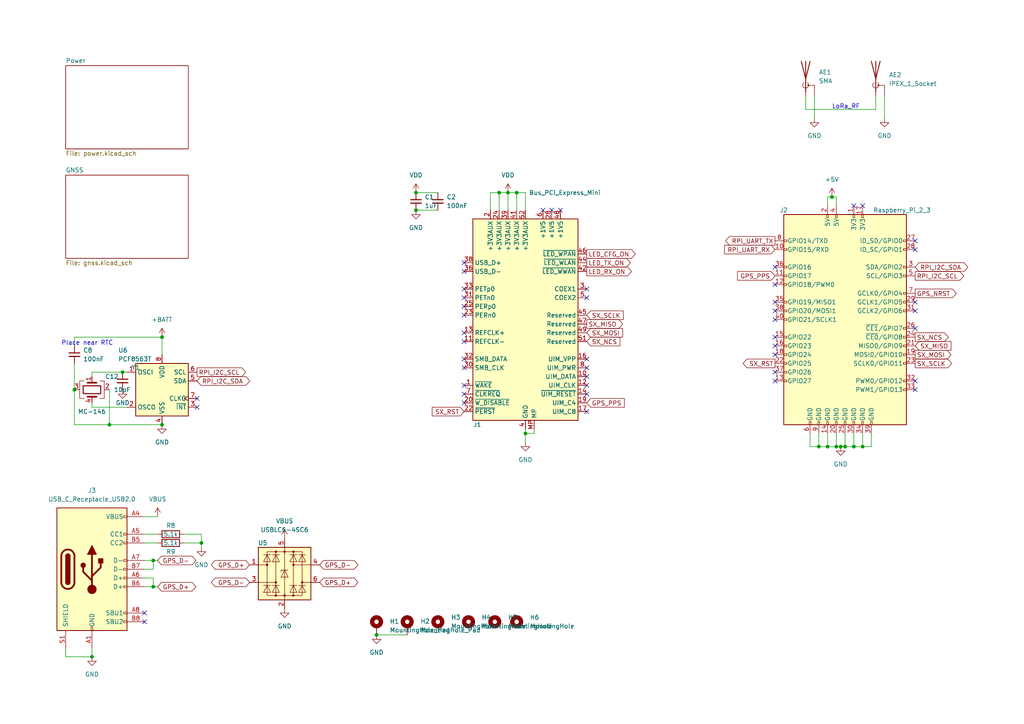
<source format=kicad_sch>
(kicad_sch (version 20230121) (generator eeschema)
  (paper "A4")
  (lib_symbols
    (symbol "Connector:Bus_PCI_Express_Mini"
      (property "Reference" "J" (at -16.51 31.75 0))
      (property "Value" "Bus_PCI_Express_Mini" (at 22.86 31.75 0))
      (symbol "Bus_PCI_Express_Mini_0_1"
        (rectangle (start -15.24 30.48) (end 15.24 -27.94) (stroke (width 0.254)) (fill (type background)))
      )
      (symbol "Bus_PCI_Express_Mini_1_1"
        (pin open_collector line (at -17.78 -17.78 0) (length 2.54) (name "~{WAKE}") (number "1"))
        (pin bidirectional line (at 17.78 -15.24 180) (length 2.54) (name "UIM_DATA") (number "10"))
        (pin input line (at -17.78 -5.08 0) (length 2.54) (name "REFCLK-") (number "11"))
        (pin output line (at 17.78 -17.78 180) (length 2.54) (name "UIM_CLK") (number "12"))
        (pin input line (at -17.78 -2.54 0) (length 2.54) (name "REFCLK+") (number "13"))
        (pin output line (at 17.78 -20.32 180) (length 2.54) (name "~{UIM_RESET}") (number "14"))
        (pin passive line (at 0 -30.48 90) (length 2.54) hide (name "GND") (number "15"))
        (pin power_out line (at 17.78 -10.16 180) (length 2.54) (name "UIM_VPP") (number "16"))
        (pin passive line (at 17.78 -25.4 180) (length 2.54) (name "UIM_C8") (number "17"))
        (pin passive line (at 0 -30.48 90) (length 2.54) hide (name "GND") (number "18"))
        (pin passive line (at 17.78 -22.86 180) (length 2.54) (name "UIM_C4") (number "19"))
        (pin power_in line (at -10.16 33.02 270) (length 2.54) (name "+3V3AUX") (number "2"))
        (pin input line (at -17.78 -22.86 0) (length 2.54) (name "~{W_DISABLE}") (number "20"))
        (pin passive line (at 0 -30.48 90) (length 2.54) hide (name "GND") (number "21"))
        (pin input line (at -17.78 -25.4 0) (length 2.54) (name "~{PERST}") (number "22"))
        (pin output line (at -17.78 2.54 0) (length 2.54) (name "PERn0") (number "23"))
        (pin power_in line (at -7.62 33.02 270) (length 2.54) (name "+3V3AUX") (number "24"))
        (pin output line (at -17.78 5.08 0) (length 2.54) (name "PERp0") (number "25"))
        (pin passive line (at 0 -30.48 90) (length 2.54) hide (name "GND") (number "26"))
        (pin passive line (at 0 -30.48 90) (length 2.54) hide (name "GND") (number "27"))
        (pin power_in line (at 7.62 33.02 270) (length 2.54) (name "+1V5") (number "28"))
        (pin passive line (at 0 -30.48 90) (length 2.54) hide (name "GND") (number "29"))
        (pin passive line (at 17.78 10.16 180) (length 2.54) (name "COEX1") (number "3"))
        (pin input line (at -17.78 -12.7 0) (length 2.54) (name "SMB_CLK") (number "30"))
        (pin input line (at -17.78 7.62 0) (length 2.54) (name "PETn0") (number "31"))
        (pin bidirectional line (at -17.78 -10.16 0) (length 2.54) (name "SMB_DATA") (number "32"))
        (pin input line (at -17.78 10.16 0) (length 2.54) (name "PETp0") (number "33"))
        (pin passive line (at 0 -30.48 90) (length 2.54) hide (name "GND") (number "34"))
        (pin passive line (at 0 -30.48 90) (length 2.54) hide (name "GND") (number "35"))
        (pin bidirectional line (at -17.78 15.24 0) (length 2.54) (name "USB_D-") (number "36"))
        (pin passive line (at 0 -30.48 90) (length 2.54) hide (name "GND") (number "37"))
        (pin bidirectional line (at -17.78 17.78 0) (length 2.54) (name "USB_D+") (number "38"))
        (pin power_in line (at -5.08 33.02 270) (length 2.54) (name "+3V3AUX") (number "39"))
        (pin power_in line (at 0 -30.48 90) (length 2.54) (name "GND") (number "4"))
        (pin passive line (at 0 -30.48 90) (length 2.54) hide (name "GND") (number "40"))
        (pin power_in line (at -2.54 33.02 270) (length 2.54) (name "+3V3AUX") (number "41"))
        (pin open_collector line (at 17.78 15.24 180) (length 2.54) (name "~{LED_WWAN}") (number "42"))
        (pin passive line (at 0 -30.48 90) (length 2.54) hide (name "GND") (number "43"))
        (pin open_collector line (at 17.78 17.78 180) (length 2.54) (name "~{LED_WLAN}") (number "44"))
        (pin passive line (at 17.78 2.54 180) (length 2.54) (name "Reserved") (number "45"))
        (pin open_collector line (at 17.78 20.32 180) (length 2.54) (name "~{LED_WPAN}") (number "46"))
        (pin passive line (at 17.78 0 180) (length 2.54) (name "Reserved") (number "47"))
        (pin power_in line (at 10.16 33.02 270) (length 2.54) (name "+1V5") (number "48"))
        (pin passive line (at 17.78 -2.54 180) (length 2.54) (name "Reserved") (number "49"))
        (pin passive line (at 17.78 7.62 180) (length 2.54) (name "COEX2") (number "5"))
        (pin passive line (at 0 -30.48 90) (length 2.54) hide (name "GND") (number "50"))
        (pin passive line (at 17.78 -5.08 180) (length 2.54) (name "Reserved") (number "51"))
        (pin power_in line (at 0 33.02 270) (length 2.54) (name "+3V3AUX") (number "52"))
        (pin power_in line (at 5.08 33.02 270) (length 2.54) (name "+1V5") (number "6"))
        (pin open_collector line (at -17.78 -20.32 0) (length 2.54) (name "~{CLKREQ}") (number "7"))
        (pin power_out line (at 17.78 -12.7 180) (length 2.54) (name "UIM_PWR") (number "8"))
        (pin passive line (at 0 -30.48 90) (length 2.54) hide (name "GND") (number "9"))
        (pin passive line (at 2.54 -30.48 90) (length 2.54) (name "MP") (number "MP"))
      )
    )
    (symbol "Connector:Raspberry_Pi_2_3" (pin_names (offset 1.016))
      (property "Reference" "J" (at -17.78 31.75 0))
      (property "Value" "Raspberry_Pi_2_3" (at 10.16 -31.75 0))
      (symbol "Raspberry_Pi_2_3_0_1"
        (rectangle (start -17.78 30.48) (end 17.78 -30.48) (stroke (width 0.254)) (fill (type background)))
      )
      (symbol "Raspberry_Pi_2_3_1_1"
        (rectangle (start -16.891 -17.526) (end -17.78 -18.034))
        (rectangle (start -16.891 -14.986) (end -17.78 -15.494))
        (rectangle (start -16.891 -12.446) (end -17.78 -12.954))
        (rectangle (start -16.891 -9.906) (end -17.78 -10.414))
        (rectangle (start -16.891 -7.366) (end -17.78 -7.874))
        (rectangle (start -16.891 -4.826) (end -17.78 -5.334))
        (rectangle (start -16.891 0.254) (end -17.78 -0.254))
        (rectangle (start -16.891 2.794) (end -17.78 2.286))
        (rectangle (start -16.891 5.334) (end -17.78 4.826))
        (rectangle (start -16.891 10.414) (end -17.78 9.906))
        (rectangle (start -16.891 12.954) (end -17.78 12.446))
        (rectangle (start -16.891 15.494) (end -17.78 14.986))
        (rectangle (start -16.891 20.574) (end -17.78 20.066))
        (rectangle (start -16.891 23.114) (end -17.78 22.606))
        (rectangle (start -10.414 -29.591) (end -9.906 -30.48))
        (rectangle (start -7.874 -29.591) (end -7.366 -30.48))
        (rectangle (start -5.334 -29.591) (end -4.826 -30.48))
        (rectangle (start -5.334 30.48) (end -4.826 29.591))
        (rectangle (start -2.794 -29.591) (end -2.286 -30.48))
        (rectangle (start -2.794 30.48) (end -2.286 29.591))
        (rectangle (start -0.254 -29.591) (end 0.254 -30.48))
        (rectangle (start 2.286 -29.591) (end 2.794 -30.48))
        (rectangle (start 2.286 30.48) (end 2.794 29.591))
        (rectangle (start 4.826 -29.591) (end 5.334 -30.48))
        (rectangle (start 4.826 30.48) (end 5.334 29.591))
        (rectangle (start 7.366 -29.591) (end 7.874 -30.48))
        (rectangle (start 17.78 -20.066) (end 16.891 -20.574))
        (rectangle (start 17.78 -17.526) (end 16.891 -18.034))
        (rectangle (start 17.78 -12.446) (end 16.891 -12.954))
        (rectangle (start 17.78 -9.906) (end 16.891 -10.414))
        (rectangle (start 17.78 -7.366) (end 16.891 -7.874))
        (rectangle (start 17.78 -4.826) (end 16.891 -5.334))
        (rectangle (start 17.78 -2.286) (end 16.891 -2.794))
        (rectangle (start 17.78 2.794) (end 16.891 2.286))
        (rectangle (start 17.78 5.334) (end 16.891 4.826))
        (rectangle (start 17.78 7.874) (end 16.891 7.366))
        (rectangle (start 17.78 12.954) (end 16.891 12.446))
        (rectangle (start 17.78 15.494) (end 16.891 14.986))
        (rectangle (start 17.78 20.574) (end 16.891 20.066))
        (rectangle (start 17.78 23.114) (end 16.891 22.606))
        (pin power_in line (at 2.54 33.02 270) (length 2.54) (name "3V3") (number "1"))
        (pin bidirectional line (at -20.32 20.32 0) (length 2.54) (name "GPIO15/RXD") (number "10"))
        (pin bidirectional line (at -20.32 12.7 0) (length 2.54) (name "GPIO17") (number "11"))
        (pin bidirectional line (at -20.32 10.16 0) (length 2.54) (name "GPIO18/PWM0") (number "12"))
        (pin bidirectional line (at -20.32 -17.78 0) (length 2.54) (name "GPIO27") (number "13"))
        (pin power_in line (at -5.08 -33.02 90) (length 2.54) (name "GND") (number "14"))
        (pin bidirectional line (at -20.32 -5.08 0) (length 2.54) (name "GPIO22") (number "15"))
        (pin bidirectional line (at -20.32 -7.62 0) (length 2.54) (name "GPIO23") (number "16"))
        (pin power_in line (at 5.08 33.02 270) (length 2.54) (name "3V3") (number "17"))
        (pin bidirectional line (at -20.32 -10.16 0) (length 2.54) (name "GPIO24") (number "18"))
        (pin bidirectional line (at 20.32 -10.16 180) (length 2.54) (name "MOSI0/GPIO10") (number "19"))
        (pin power_in line (at -5.08 33.02 270) (length 2.54) (name "5V") (number "2"))
        (pin power_in line (at -2.54 -33.02 90) (length 2.54) (name "GND") (number "20"))
        (pin bidirectional line (at 20.32 -7.62 180) (length 2.54) (name "MISO0/GPIO9") (number "21"))
        (pin bidirectional line (at -20.32 -12.7 0) (length 2.54) (name "GPIO25") (number "22"))
        (pin bidirectional line (at 20.32 -12.7 180) (length 2.54) (name "SCLK0/GPIO11") (number "23"))
        (pin bidirectional line (at 20.32 -5.08 180) (length 2.54) (name "~{CE0}/GPIO8") (number "24"))
        (pin power_in line (at 0 -33.02 90) (length 2.54) (name "GND") (number "25"))
        (pin bidirectional line (at 20.32 -2.54 180) (length 2.54) (name "~{CE1}/GPIO7") (number "26"))
        (pin bidirectional line (at 20.32 22.86 180) (length 2.54) (name "ID_SD/GPIO0") (number "27"))
        (pin bidirectional line (at 20.32 20.32 180) (length 2.54) (name "ID_SC/GPIO1") (number "28"))
        (pin bidirectional line (at 20.32 5.08 180) (length 2.54) (name "GCLK1/GPIO5") (number "29"))
        (pin bidirectional line (at 20.32 15.24 180) (length 2.54) (name "SDA/GPIO2") (number "3"))
        (pin power_in line (at 2.54 -33.02 90) (length 2.54) (name "GND") (number "30"))
        (pin bidirectional line (at 20.32 2.54 180) (length 2.54) (name "GCLK2/GPIO6") (number "31"))
        (pin bidirectional line (at 20.32 -17.78 180) (length 2.54) (name "PWM0/GPIO12") (number "32"))
        (pin bidirectional line (at 20.32 -20.32 180) (length 2.54) (name "PWM1/GPIO13") (number "33"))
        (pin power_in line (at 5.08 -33.02 90) (length 2.54) (name "GND") (number "34"))
        (pin bidirectional line (at -20.32 5.08 0) (length 2.54) (name "GPIO19/MISO1") (number "35"))
        (pin bidirectional line (at -20.32 15.24 0) (length 2.54) (name "GPIO16") (number "36"))
        (pin bidirectional line (at -20.32 -15.24 0) (length 2.54) (name "GPIO26") (number "37"))
        (pin bidirectional line (at -20.32 2.54 0) (length 2.54) (name "GPIO20/MOSI1") (number "38"))
        (pin power_in line (at 7.62 -33.02 90) (length 2.54) (name "GND") (number "39"))
        (pin power_in line (at -2.54 33.02 270) (length 2.54) (name "5V") (number "4"))
        (pin bidirectional line (at -20.32 0 0) (length 2.54) (name "GPIO21/SCLK1") (number "40"))
        (pin bidirectional line (at 20.32 12.7 180) (length 2.54) (name "SCL/GPIO3") (number "5"))
        (pin power_in line (at -10.16 -33.02 90) (length 2.54) (name "GND") (number "6"))
        (pin bidirectional line (at 20.32 7.62 180) (length 2.54) (name "GCLK0/GPIO4") (number "7"))
        (pin bidirectional line (at -20.32 22.86 0) (length 2.54) (name "GPIO14/TXD") (number "8"))
        (pin power_in line (at -7.62 -33.02 90) (length 2.54) (name "GND") (number "9"))
      )
    )
    (symbol "Connector:USB_C_Receptacle_USB2.0" (pin_names (offset 1.016))
      (property "Reference" "J" (at -10.16 19.05 0))
      (property "Value" "USB_C_Receptacle_USB2.0" (at 19.05 19.05 0))
      (symbol "USB_C_Receptacle_USB2.0_0_0"
        (rectangle (start -0.254 -17.78) (end 0.254 -16.764))
        (rectangle (start 10.16 -14.986) (end 9.144 -15.494))
        (rectangle (start 10.16 -12.446) (end 9.144 -12.954))
        (rectangle (start 10.16 -4.826) (end 9.144 -5.334))
        (rectangle (start 10.16 -2.286) (end 9.144 -2.794))
        (rectangle (start 10.16 0.254) (end 9.144 -0.254))
        (rectangle (start 10.16 2.794) (end 9.144 2.286))
        (rectangle (start 10.16 7.874) (end 9.144 7.366))
        (rectangle (start 10.16 10.414) (end 9.144 9.906))
        (rectangle (start 10.16 15.494) (end 9.144 14.986))
      )
      (symbol "USB_C_Receptacle_USB2.0_0_1"
        (rectangle (start -10.16 17.78) (end 10.16 -17.78) (stroke (width 0.254)) (fill (type background)))
        (arc (start -8.89 -3.81) (mid -6.985 -5.7067) (end -5.08 -3.81) (stroke (width 0.508)))
        (arc (start -7.62 -3.81) (mid -6.985 -4.4423) (end -6.35 -3.81) (stroke (width 0.254)))
        (arc (start -7.62 -3.81) (mid -6.985 -4.4423) (end -6.35 -3.81) (stroke (width 0.254)) (fill (type outline)))
        (rectangle (start -7.62 -3.81) (end -6.35 3.81) (stroke (width 0.254)) (fill (type outline)))
        (arc (start -6.35 3.81) (mid -6.985 4.4423) (end -7.62 3.81) (stroke (width 0.254)))
        (arc (start -6.35 3.81) (mid -6.985 4.4423) (end -7.62 3.81) (stroke (width 0.254)) (fill (type outline)))
        (arc (start -5.08 3.81) (mid -6.985 5.7067) (end -8.89 3.81) (stroke (width 0.508)))
        (circle (center -2.54 1.143) (radius 0.635) (stroke (width 0.254)) (fill (type outline)))
        (circle (center 0 -5.842) (radius 1.27) (fill (type outline)))
        (polyline (pts (xy -8.89 -3.81) (xy -8.89 3.81)) (stroke (width 0.508)))
        (polyline (pts (xy -5.08 3.81) (xy -5.08 -3.81)) (stroke (width 0.508)))
        (polyline (pts (xy 0 -5.842) (xy 0 4.318)) (stroke (width 0.508)))
        (polyline (pts (xy 0 -3.302) (xy -2.54 -0.762) (xy -2.54 0.508)) (stroke (width 0.508)))
        (polyline (pts (xy 0 -2.032) (xy 2.54 0.508) (xy 2.54 1.778)) (stroke (width 0.508)))
        (polyline (pts (xy -1.27 4.318) (xy 0 6.858) (xy 1.27 4.318) (xy -1.27 4.318)) (stroke (width 0.254)) (fill (type outline)))
        (rectangle (start 1.905 1.778) (end 3.175 3.048) (stroke (width 0.254)) (fill (type outline)))
      )
      (symbol "USB_C_Receptacle_USB2.0_1_1"
        (pin passive line (at 0 -22.86 90) (length 5.08) (name "GND") (number "A1"))
        (pin passive line (at 0 -22.86 90) (length 5.08) hide (name "GND") (number "A12"))
        (pin passive line (at 15.24 15.24 180) (length 5.08) (name "VBUS") (number "A4"))
        (pin bidirectional line (at 15.24 10.16 180) (length 5.08) (name "CC1") (number "A5"))
        (pin bidirectional line (at 15.24 -2.54 180) (length 5.08) (name "D+") (number "A6"))
        (pin bidirectional line (at 15.24 2.54 180) (length 5.08) (name "D-") (number "A7"))
        (pin bidirectional line (at 15.24 -12.7 180) (length 5.08) (name "SBU1") (number "A8"))
        (pin passive line (at 15.24 15.24 180) (length 5.08) hide (name "VBUS") (number "A9"))
        (pin passive line (at 0 -22.86 90) (length 5.08) hide (name "GND") (number "B1"))
        (pin passive line (at 0 -22.86 90) (length 5.08) hide (name "GND") (number "B12"))
        (pin passive line (at 15.24 15.24 180) (length 5.08) hide (name "VBUS") (number "B4"))
        (pin bidirectional line (at 15.24 7.62 180) (length 5.08) (name "CC2") (number "B5"))
        (pin bidirectional line (at 15.24 -5.08 180) (length 5.08) (name "D+") (number "B6"))
        (pin bidirectional line (at 15.24 0 180) (length 5.08) (name "D-") (number "B7"))
        (pin bidirectional line (at 15.24 -15.24 180) (length 5.08) (name "SBU2") (number "B8"))
        (pin passive line (at 15.24 15.24 180) (length 5.08) hide (name "VBUS") (number "B9"))
        (pin passive line (at -7.62 -22.86 90) (length 5.08) (name "SHIELD") (number "S1"))
      )
    )
    (symbol "Device:Antenna_Shield" (pin_numbers hide) (pin_names (offset 1.016) hide)
      (property "Reference" "AE" (at -1.905 4.445 0))
      (property "Value" "Antenna_Shield" (at -1.905 2.54 0))
      (symbol "Antenna_Shield_0_1"
        (arc (start -0.508 -1.143) (mid -0.8429 -2.1194) (end 0 -2.667))
        (arc (start 0 -2.667) (mid 0.7989 -2.1052) (end 0.508 -1.143))
        (polyline (pts (xy 0 -2.54) (xy 0 0)))
        (polyline (pts (xy 0 5.08) (xy 0 -3.81)) (stroke (width 0.254)))
        (polyline (pts (xy 0.762 -1.905) (xy 2.54 -1.905)))
        (polyline (pts (xy 2.54 -2.54) (xy 2.54 -1.905)))
        (polyline (pts (xy 1.27 5.08) (xy 0 0) (xy -1.27 5.08)) (stroke (width 0.254)))
        (circle (center 0.762 -1.905) (radius 0.1778) (fill (type outline)))
      )
      (symbol "Antenna_Shield_1_1"
        (pin input line (at 0 -5.08 90) (length 2.54) (name "A") (number "1"))
        (pin input line (at 2.54 -5.08 90) (length 2.54) (name "Shield") (number "2"))
      )
    )
    (symbol "Device:C_Small" (pin_numbers hide) (pin_names (offset 0.254) hide)
      (property "Reference" "C" (at 0.254 1.778 0))
      (property "Value" "C_Small" (at 0.254 -2.032 0))
      (symbol "C_Small_0_1"
        (polyline (pts (xy -1.524 -0.508) (xy 1.524 -0.508)) (stroke (width 0.3302)))
        (polyline (pts (xy -1.524 0.508) (xy 1.524 0.508)) (stroke (width 0.3048)))
      )
      (symbol "C_Small_1_1"
        (pin passive line (at 0 2.54 270) (length 2.032) (name "~") (number "1"))
        (pin passive line (at 0 -2.54 90) (length 2.032) (name "~") (number "2"))
      )
    )
    (symbol "Device:Crystal_GND23" (pin_names (offset 1.016) hide)
      (property "Reference" "Y" (at 3.175 5.08 0))
      (property "Value" "Crystal_GND23" (at 3.175 3.175 0))
      (symbol "Crystal_GND23_0_1"
        (rectangle (start -1.143 2.54) (end 1.143 -2.54) (stroke (width 0.3048)))
        (polyline (pts (xy -2.54 0) (xy -2.032 0)))
        (polyline (pts (xy -2.032 -1.27) (xy -2.032 1.27)) (stroke (width 0.508)))
        (polyline (pts (xy 0 -3.81) (xy 0 -3.556)))
        (polyline (pts (xy 0 3.556) (xy 0 3.81)))
        (polyline (pts (xy 2.032 -1.27) (xy 2.032 1.27)) (stroke (width 0.508)))
        (polyline (pts (xy 2.032 0) (xy 2.54 0)))
        (polyline (pts (xy -2.54 -2.286) (xy -2.54 -3.556) (xy 2.54 -3.556) (xy 2.54 -2.286)))
        (polyline (pts (xy -2.54 2.286) (xy -2.54 3.556) (xy 2.54 3.556) (xy 2.54 2.286)))
      )
      (symbol "Crystal_GND23_1_1"
        (pin passive line (at -3.81 0 0) (length 1.27) (name "1") (number "1"))
        (pin passive line (at 0 5.08 270) (length 1.27) (name "2") (number "2"))
        (pin passive line (at 0 -5.08 90) (length 1.27) (name "3") (number "3"))
        (pin passive line (at 3.81 0 180) (length 1.27) (name "4") (number "4"))
      )
    )
    (symbol "Device:R" (pin_numbers hide) (pin_names (offset 0))
      (property "Reference" "R" (at 2.032 0 90))
      (property "Value" "R" (at 0 0 90))
      (symbol "R_0_1"
        (rectangle (start -1.016 -2.54) (end 1.016 2.54) (stroke (width 0.254)))
      )
      (symbol "R_1_1"
        (pin passive line (at 0 3.81 270) (length 1.27) (name "~") (number "1"))
        (pin passive line (at 0 -3.81 90) (length 1.27) (name "~") (number "2"))
      )
    )
    (symbol "Mechanical:MountingHole" (pin_names (offset 1.016))
      (property "Reference" "H" (at 0 5.08 0))
      (property "Value" "MountingHole" (at 0 3.175 0))
      (symbol "MountingHole_0_1"
        (circle (center 0 0) (radius 1.27) (stroke (width 1.27)))
      )
    )
    (symbol "Mechanical:MountingHole_Pad" (pin_numbers hide) (pin_names (offset 1.016) hide)
      (property "Reference" "H" (at 0 6.35 0))
      (property "Value" "MountingHole_Pad" (at 0 4.445 0))
      (symbol "MountingHole_Pad_0_1"
        (circle (center 0 1.27) (radius 1.27) (stroke (width 1.27)))
      )
      (symbol "MountingHole_Pad_1_1"
        (pin input line (at 0 -2.54 90) (length 2.54) (name "1") (number "1"))
      )
    )
    (symbol "Power_Protection:USBLC6-4SC6" (pin_names hide)
      (property "Reference" "U" (at 2.54 8.89 0))
      (property "Value" "USBLC6-4SC6" (at 2.54 -8.89 0))
      (symbol "USBLC6-4SC6_0_1"
        (rectangle (start -7.62 -7.62) (end 7.62 7.62) (stroke (width 0.254)) (fill (type background)))
        (circle (center -5.08 2.54) (radius 0.254) (fill (type outline)))
        (circle (center -2.54 -6.35) (radius 0.254) (fill (type outline)))
        (circle (center -2.54 -2.54) (radius 0.254) (fill (type outline)))
        (circle (center -2.54 6.35) (radius 0.254) (fill (type outline)))
        (rectangle (start -2.54 6.35) (end 2.54 -6.35))
        (circle (center 0 -6.35) (radius 0.254) (fill (type outline)))
        (polyline (pts (xy -5.08 2.54) (xy -7.62 2.54)))
        (polyline (pts (xy -4.064 -3.429) (xy -6.096 -3.429)))
        (polyline (pts (xy -4.064 5.461) (xy -6.096 5.461)))
        (polyline (pts (xy -2.54 -2.54) (xy -7.62 -2.54)))
        (polyline (pts (xy -1.524 -3.429) (xy -3.556 -3.429)))
        (polyline (pts (xy -1.524 5.461) (xy -3.556 5.461)))
        (polyline (pts (xy 0 -7.62) (xy 0 -6.35)))
        (polyline (pts (xy 0 -6.35) (xy 0 1.27)))
        (polyline (pts (xy 0 1.27) (xy 0 6.35)))
        (polyline (pts (xy 0 6.35) (xy 0 7.62)))
        (polyline (pts (xy 1.524 -3.429) (xy 3.556 -3.429)))
        (polyline (pts (xy 1.524 5.461) (xy 3.556 5.461)))
        (polyline (pts (xy 2.54 2.54) (xy 7.62 2.54)))
        (polyline (pts (xy 4.064 -3.429) (xy 6.096 -3.429)))
        (polyline (pts (xy 4.064 5.461) (xy 6.096 5.461)))
        (polyline (pts (xy 5.08 -2.54) (xy 7.62 -2.54)))
        (polyline (pts (xy -6.096 -5.461) (xy -4.064 -5.461) (xy -5.08 -3.429) (xy -6.096 -5.461)))
        (polyline (pts (xy -6.096 3.429) (xy -4.064 3.429) (xy -5.08 5.461) (xy -6.096 3.429)))
        (polyline (pts (xy -3.556 -5.461) (xy -1.524 -5.461) (xy -2.54 -3.429) (xy -3.556 -5.461)))
        (polyline (pts (xy -3.556 3.429) (xy -1.524 3.429) (xy -2.54 5.461) (xy -3.556 3.429)))
        (polyline (pts (xy -2.54 6.35) (xy -5.08 6.35) (xy -5.08 -6.35) (xy -2.54 -6.35)))
        (polyline (pts (xy -1.016 -1.016) (xy 1.016 -1.016) (xy 0 1.016) (xy -1.016 -1.016)))
        (polyline (pts (xy 1.016 1.016) (xy 0.762 1.016) (xy -1.016 1.016) (xy -1.016 0.508)))
        (polyline (pts (xy 2.54 6.35) (xy 5.08 6.35) (xy 5.08 -6.35) (xy 2.54 -6.35)))
        (polyline (pts (xy 3.556 -5.461) (xy 1.524 -5.461) (xy 2.54 -3.429) (xy 3.556 -5.461)))
        (polyline (pts (xy 3.556 3.429) (xy 1.524 3.429) (xy 2.54 5.461) (xy 3.556 3.429)))
        (polyline (pts (xy 6.096 -5.461) (xy 4.064 -5.461) (xy 5.08 -3.429) (xy 6.096 -5.461)))
        (polyline (pts (xy 6.096 3.429) (xy 4.064 3.429) (xy 5.08 5.461) (xy 6.096 3.429)))
        (circle (center 0 6.35) (radius 0.254) (fill (type outline)))
        (circle (center 2.54 -6.35) (radius 0.254) (fill (type outline)))
        (circle (center 2.54 2.54) (radius 0.254) (fill (type outline)))
        (circle (center 2.54 6.35) (radius 0.254) (fill (type outline)))
        (circle (center 5.08 -2.54) (radius 0.254) (fill (type outline)))
      )
      (symbol "USBLC6-4SC6_1_1"
        (pin passive line (at -10.16 2.54 0) (length 2.54) (name "I/O1") (number "1"))
        (pin passive line (at 0 -10.16 90) (length 2.54) (name "GND") (number "2"))
        (pin passive line (at -10.16 -2.54 0) (length 2.54) (name "I/O2") (number "3"))
        (pin passive line (at 10.16 2.54 180) (length 2.54) (name "I/O3") (number "4"))
        (pin passive line (at 0 10.16 270) (length 2.54) (name "VBUS") (number "5"))
        (pin passive line (at 10.16 -2.54 180) (length 2.54) (name "I/O4") (number "6"))
      )
    )
    (symbol "Timer_RTC:PCF8563T"
      (property "Reference" "U" (at -7.62 8.89 0))
      (property "Value" "PCF8563T" (at 2.54 8.89 0))
      (symbol "PCF8563T_0_1"
        (rectangle (start -7.62 7.62) (end 7.62 -7.62) (stroke (width 0.254)) (fill (type background)))
      )
      (symbol "PCF8563T_1_1"
        (pin input line (at -10.16 5.08 0) (length 2.54) (name "OSCI") (number "1"))
        (pin output line (at -10.16 -5.08 0) (length 2.54) (name "OSCO") (number "2"))
        (pin output line (at 10.16 -5.08 180) (length 2.54) (name "~{INT}") (number "3"))
        (pin power_in line (at 0 -10.16 90) (length 2.54) (name "VSS") (number "4"))
        (pin bidirectional line (at 10.16 2.54 180) (length 2.54) (name "SDA") (number "5"))
        (pin input line (at 10.16 5.08 180) (length 2.54) (name "SCL") (number "6"))
        (pin output clock (at 10.16 -2.54 180) (length 2.54) (name "CLKO") (number "7"))
        (pin power_in line (at 0 10.16 270) (length 2.54) (name "VDD") (number "8"))
      )
    )
    (symbol "power:+5V" (power) (pin_names (offset 0))
      (property "Value" "+5V" (at 0 3.556 0))
      (symbol "+5V_0_1"
        (polyline (pts (xy -0.762 1.27) (xy 0 2.54)))
        (polyline (pts (xy 0 0) (xy 0 2.54)))
        (polyline (pts (xy 0 2.54) (xy 0.762 1.27)))
      )
      (symbol "+5V_1_1"
        (pin power_in line (at 0 0 90) (length 0) hide (name "+5V") (number "1"))
      )
    )
    (symbol "power:+BATT" (power) (pin_names (offset 0))
      (property "Value" "+BATT" (at 0 3.556 0))
      (symbol "+BATT_0_1"
        (polyline (pts (xy -0.762 1.27) (xy 0 2.54)))
        (polyline (pts (xy 0 0) (xy 0 2.54)))
        (polyline (pts (xy 0 2.54) (xy 0.762 1.27)))
      )
      (symbol "+BATT_1_1"
        (pin power_in line (at 0 0 90) (length 0) hide (name "+BATT") (number "1"))
      )
    )
    (symbol "power:GND" (power) (pin_names (offset 0))
      (property "Value" "GND" (at 0 -3.81 0))
      (symbol "GND_0_1"
        (polyline (pts (xy 0 0) (xy 0 -1.27) (xy 1.27 -1.27) (xy 0 -2.54) (xy -1.27 -1.27) (xy 0 -1.27)))
      )
      (symbol "GND_1_1"
        (pin power_in line (at 0 0 270) (length 0) hide (name "GND") (number "1"))
      )
    )
    (symbol "power:VBUS" (power) (pin_names (offset 0))
      (property "Value" "VBUS" (at 0 3.81 0))
      (symbol "VBUS_0_1"
        (polyline (pts (xy -0.762 1.27) (xy 0 2.54)))
        (polyline (pts (xy 0 0) (xy 0 2.54)))
        (polyline (pts (xy 0 2.54) (xy 0.762 1.27)))
      )
      (symbol "VBUS_1_1"
        (pin power_in line (at 0 0 90) (length 0) hide (name "VBUS") (number "1"))
      )
    )
    (symbol "power:VDD" (power) (pin_names (offset 0))
      (property "Value" "VDD" (at 0 3.81 0))
      (symbol "VDD_0_1"
        (polyline (pts (xy -0.762 1.27) (xy 0 2.54)))
        (polyline (pts (xy 0 0) (xy 0 2.54)))
        (polyline (pts (xy 0 2.54) (xy 0.762 1.27)))
      )
      (symbol "VDD_1_1"
        (pin power_in line (at 0 0 90) (length 0) hide (name "VDD") (number "1"))
      )
    )
  )
  (junction (at 120.65 55.88) (diameter 0.9144))
  (junction (at 21.59 113.03))
  (junction (at 46.99 97.79))
  (junction (at 44.45 162.56))
  (junction (at 44.45 170.18))
  (junction (at 31.75 123.19))
  (junction (at 242.57 129.54) (diameter 0.9144))
  (junction (at 245.11 129.54) (diameter 0.9144))
  (junction (at 243.84 129.54) (diameter 0.9144))
  (junction (at 46.99 123.19))
  (junction (at 237.49 129.54) (diameter 0.9144))
  (junction (at 240.03 129.54) (diameter 0.9144))
  (junction (at 241.3 57.15) (diameter 0.9144))
  (junction (at 26.67 190.5))
  (junction (at 152.4 125.73) (diameter 0.9144))
  (junction (at 147.32 55.88) (diameter 0.9144))
  (junction (at 250.19 129.54) (diameter 0.9144))
  (junction (at 120.65 60.96) (diameter 0.9144))
  (junction (at 58.42 157.48))
  (junction (at 109.22 184.15) (diameter 0.9144))
  (junction (at 144.78 55.88) (diameter 0.9144))
  (junction (at 35.56 107.95))
  (junction (at 247.65 129.54) (diameter 0.9144))
  (junction (at 149.86 55.88) (diameter 0.9144))
  (no_connect (at 265.43 69.85))
  (no_connect (at 224.79 107.95))
  (no_connect (at 170.18 83.82))
  (no_connect (at 170.18 86.36))
  (no_connect (at 224.79 97.79))
  (no_connect (at 265.43 110.49))
  (no_connect (at 265.43 90.17))
  (no_connect (at 265.43 72.39))
  (no_connect (at 224.79 90.17))
  (no_connect (at 224.79 77.47))
  (no_connect (at 247.65 59.69))
  (no_connect (at 250.19 59.69))
  (no_connect (at 41.91 177.8))
  (no_connect (at 224.79 110.49))
  (no_connect (at 57.15 115.57))
  (no_connect (at 224.79 92.71))
  (no_connect (at 265.43 87.63))
  (no_connect (at 224.79 100.33))
  (no_connect (at 134.62 96.52))
  (no_connect (at 134.62 99.06))
  (no_connect (at 224.79 82.55))
  (no_connect (at 265.43 95.25))
  (no_connect (at -307.34 81.28))
  (no_connect (at 224.79 87.63))
  (no_connect (at 57.15 118.11))
  (no_connect (at 134.62 76.2))
  (no_connect (at 134.62 78.74))
  (no_connect (at 134.62 83.82))
  (no_connect (at 134.62 86.36))
  (no_connect (at 134.62 88.9))
  (no_connect (at 134.62 91.44))
  (no_connect (at 134.62 104.14))
  (no_connect (at 134.62 106.68))
  (no_connect (at 134.62 111.76))
  (no_connect (at 134.62 114.3))
  (no_connect (at 134.62 116.84))
  (no_connect (at 170.18 104.14))
  (no_connect (at 170.18 106.68))
  (no_connect (at 170.18 109.22))
  (no_connect (at 170.18 111.76))
  (no_connect (at 170.18 114.3))
  (no_connect (at 170.18 119.38))
  (no_connect (at 41.91 180.34))
  (no_connect (at 224.79 102.87))
  (no_connect (at 157.48 60.96))
  (no_connect (at 160.02 60.96))
  (no_connect (at 162.56 60.96))
  (no_connect (at 265.43 113.03))
  (wire (pts (xy 240.03 125.73) (xy 240.03 129.54)))
  (wire (pts (xy 242.57 57.15) (xy 241.3 57.15)))
  (wire (pts (xy 242.57 59.69) (xy 242.57 57.15)))
  (wire (pts (xy 41.91 162.56) (xy 44.45 162.56)))
  (wire (pts (xy 35.56 107.95) (xy 36.83 107.95)))
  (wire (pts (xy 53.34 154.94) (xy 58.42 154.94)))
  (wire (pts (xy 109.22 184.15) (xy 118.11 184.15)))
  (wire (pts (xy 120.65 55.88) (xy 127 55.88)))
  (wire (pts (xy 44.45 167.64) (xy 44.45 170.18)))
  (wire (pts (xy 144.78 55.88) (xy 144.78 60.96)))
  (wire (pts (xy 26.67 118.11) (xy 26.67 116.84)))
  (wire (pts (xy 237.49 125.73) (xy 237.49 129.54)))
  (wire (pts (xy 147.32 55.88) (xy 147.32 60.96)))
  (wire (pts (xy 242.57 125.73) (xy 242.57 129.54)))
  (wire (pts (xy 26.67 109.22) (xy 26.67 107.95)))
  (wire (pts (xy 41.91 149.86) (xy 45.72 149.86)))
  (wire (pts (xy 36.83 118.11) (xy 26.67 118.11)))
  (wire (pts (xy 31.75 113.03) (xy 31.75 123.19)))
  (wire (pts (xy 26.67 187.96) (xy 26.67 190.5)))
  (wire (pts (xy 21.59 113.03) (xy 21.59 123.19)))
  (wire (pts (xy 58.42 154.94) (xy 58.42 157.48)))
  (wire (pts (xy 234.95 125.73) (xy 234.95 129.54)))
  (wire (pts (xy 234.95 129.54) (xy 237.49 129.54)))
  (wire (pts (xy 237.49 129.54) (xy 240.03 129.54)))
  (wire (pts (xy 240.03 129.54) (xy 242.57 129.54)))
  (wire (pts (xy 242.57 129.54) (xy 243.84 129.54)))
  (wire (pts (xy 243.84 129.54) (xy 245.11 129.54)))
  (wire (pts (xy 245.11 129.54) (xy 247.65 129.54)))
  (wire (pts (xy 247.65 129.54) (xy 250.19 129.54)))
  (wire (pts (xy 250.19 129.54) (xy 252.73 129.54)))
  (wire (pts (xy 252.73 129.54) (xy 252.73 125.73)))
  (wire (pts (xy 120.65 60.96) (xy 127 60.96)))
  (wire (pts (xy 256.54 27.94) (xy 256.54 34.29)))
  (wire (pts (xy 21.59 123.19) (xy 31.75 123.19)))
  (wire (pts (xy 44.45 170.18) (xy 41.91 170.18)))
  (wire (pts (xy 152.4 55.88) (xy 149.86 55.88)))
  (wire (pts (xy 152.4 60.96) (xy 152.4 55.88)))
  (wire (pts (xy 41.91 154.94) (xy 45.72 154.94)))
  (wire (pts (xy 41.91 165.1) (xy 44.45 165.1)))
  (wire (pts (xy 26.67 107.95) (xy 35.56 107.95)))
  (wire (pts (xy 19.05 187.96) (xy 19.05 190.5)))
  (wire (pts (xy 46.99 97.79) (xy 46.99 102.87)))
  (wire (pts (xy 236.22 27.94) (xy 236.22 34.29)))
  (wire (pts (xy 53.34 157.48) (xy 58.42 157.48)))
  (wire (pts (xy 58.42 157.48) (xy 58.42 158.75)))
  (wire (pts (xy 44.45 165.1) (xy 44.45 162.56)))
  (wire (pts (xy 19.05 190.5) (xy 26.67 190.5)))
  (wire (pts (xy 149.86 55.88) (xy 147.32 55.88)))
  (wire (pts (xy 149.86 60.96) (xy 149.86 55.88)))
  (wire (pts (xy 44.45 170.18) (xy 45.72 170.18)))
  (wire (pts (xy 240.03 57.15) (xy 241.3 57.15)))
  (wire (pts (xy 240.03 59.69) (xy 240.03 57.15)))
  (wire (pts (xy 233.68 27.94) (xy 233.68 31.75)))
  (wire (pts (xy 233.68 31.75) (xy 254 31.75)))
  (wire (pts (xy 254 31.75) (xy 254 27.94)))
  (wire (pts (xy 152.4 124.46) (xy 152.4 125.73)))
  (wire (pts (xy 152.4 125.73) (xy 152.4 128.27)))
  (wire (pts (xy 21.59 97.79) (xy 46.99 97.79)))
  (wire (pts (xy 41.91 157.48) (xy 45.72 157.48)))
  (wire (pts (xy 21.59 105.41) (xy 21.59 113.03)))
  (wire (pts (xy 250.19 125.73) (xy 250.19 129.54)))
  (wire (pts (xy 245.11 125.73) (xy 245.11 129.54)))
  (wire (pts (xy 154.94 124.46) (xy 154.94 125.73)))
  (wire (pts (xy 154.94 125.73) (xy 152.4 125.73)))
  (wire (pts (xy 21.59 100.33) (xy 21.59 97.79)))
  (wire (pts (xy 44.45 162.56) (xy 45.72 162.56)))
  (wire (pts (xy 142.24 55.88) (xy 144.78 55.88)))
  (wire (pts (xy 142.24 60.96) (xy 142.24 55.88)))
  (wire (pts (xy 144.78 55.88) (xy 147.32 55.88)))
  (wire (pts (xy 41.91 167.64) (xy 44.45 167.64)))
  (wire (pts (xy 31.75 123.19) (xy 46.99 123.19)))
  (wire (pts (xy 247.65 125.73) (xy 247.65 129.54)))
  (text "Place near RTC" (at 17.78 100.33 0) (effects (font (size 1.27 1.27)) (justify left bottom)))
  (text "LoRa_RF" (at 241.3 31.75 0) (effects (font (size 1.27 1.27)) (justify left bottom)))
  (global_label "RPI_I2C_SDA" (shape bidirectional) (at 57.15 110.49 0) (property "Intersheetrefs" "${INTERSHEET_REFS}" (effects hide)))
  (global_label "SX_MOSI" (shape input) (at 170.18 96.52 0) (property "Intersheetrefs" "${INTERSHEET_REFS}" (effects hide)))
  (global_label "SX_RST" (shape input) (at 134.62 119.38 180) (property "Intersheetrefs" "${INTERSHEET_REFS}" (effects hide)))
  (global_label "SX_SCLK" (shape output) (at 265.43 105.41 0) (property "Intersheetrefs" "${INTERSHEET_REFS}" (effects hide)))
  (global_label "SX_MOSI" (shape output) (at 265.43 102.87 0) (property "Intersheetrefs" "${INTERSHEET_REFS}" (effects hide)))
  (global_label "GPS_D-" (shape bidirectional) (at 92.71 163.83 0) (property "Intersheetrefs" "${INTERSHEET_REFS}" (effects hide)))
  (global_label "LED_TX_ON" (shape output) (at 170.18 76.2 0) (property "Intersheetrefs" "${INTERSHEET_REFS}" (effects hide)))
  (global_label "RPI_I2C_SDA" (shape bidirectional) (at 265.43 77.47 0) (property "Intersheetrefs" "${INTERSHEET_REFS}" (effects hide)))
  (global_label "GPS_D+" (shape bidirectional) (at 92.71 168.91 0) (property "Intersheetrefs" "${INTERSHEET_REFS}" (effects hide)))
  (global_label "GPS_D-" (shape bidirectional) (at 72.39 168.91 180) (property "Intersheetrefs" "${INTERSHEET_REFS}" (effects hide)))
  (global_label "GPS_NRST" (shape output) (at 265.43 85.09 0) (property "Intersheetrefs" "${INTERSHEET_REFS}" (effects hide)))
  (global_label "SX_NCS" (shape output) (at 265.43 97.79 0) (property "Intersheetrefs" "${INTERSHEET_REFS}" (effects hide)))
  (global_label "LED_RX_ON" (shape output) (at 170.18 78.74 0) (property "Intersheetrefs" "${INTERSHEET_REFS}" (effects hide)))
  (global_label "SX_RST" (shape output) (at 224.79 105.41 180) (property "Intersheetrefs" "${INTERSHEET_REFS}" (effects hide)))
  (global_label "GPS_PPS" (shape input) (at 170.18 116.84 0) (property "Intersheetrefs" "${INTERSHEET_REFS}" (effects hide)))
  (global_label "SX_SCLK" (shape input) (at 170.18 91.44 0) (property "Intersheetrefs" "${INTERSHEET_REFS}" (effects hide)))
  (global_label "RPI_UART_RX" (shape input) (at 224.79 72.39 180) (property "Intersheetrefs" "${INTERSHEET_REFS}" (effects hide)))
  (global_label "RPI_UART_TX" (shape output) (at 224.79 69.85 180) (property "Intersheetrefs" "${INTERSHEET_REFS}" (effects hide)))
  (global_label "GPS_D+" (shape bidirectional) (at 45.72 170.18 0) (property "Intersheetrefs" "${INTERSHEET_REFS}" (effects hide)))
  (global_label "LED_CFG_ON" (shape output) (at 170.18 73.66 0) (property "Intersheetrefs" "${INTERSHEET_REFS}" (effects hide)))
  (global_label "GPS_D-" (shape bidirectional) (at 45.72 162.56 0) (property "Intersheetrefs" "${INTERSHEET_REFS}" (effects hide)))
  (global_label "RPI_I2C_SCL" (shape output) (at 57.15 107.95 0) (property "Intersheetrefs" "${INTERSHEET_REFS}" (effects hide)))
  (global_label "SX_MISO" (shape output) (at 170.18 93.98 0) (property "Intersheetrefs" "${INTERSHEET_REFS}" (effects hide)))
  (global_label "SX_NCS" (shape input) (at 170.18 99.06 0) (property "Intersheetrefs" "${INTERSHEET_REFS}" (effects hide)))
  (global_label "GPS_D+" (shape bidirectional) (at 72.39 163.83 180) (property "Intersheetrefs" "${INTERSHEET_REFS}" (effects hide)))
  (global_label "GPS_PPS" (shape input) (at 224.79 80.01 180) (property "Intersheetrefs" "${INTERSHEET_REFS}" (effects hide)))
  (global_label "SX_MISO" (shape input) (at 265.43 100.33 0) (property "Intersheetrefs" "${INTERSHEET_REFS}" (effects hide)))
  (global_label "RPI_I2C_SCL" (shape output) (at 265.43 80.01 0) (property "Intersheetrefs" "${INTERSHEET_REFS}" (effects hide)))
  (symbol (lib_id "power:VBUS") (at 82.55 156.21 0) (unit 1)
    (property "Reference" "#PWR0137" (effects hide))
    (property "Value" "VBUS" (at 82.55 151.13 0))
  )
  (symbol (lib_id "Timer_RTC:PCF8563T") (at 46.99 113.03 0) (unit 1)
    (property "Reference" "U6" (at 34.29 101.6 0) (effects (justify left)))
    (property "Value" "PCF8563T" (at 34.29 104.14 0) (effects (justify left)))
    (property "Footprint" "Package_SO:SOIC-8_3.9x4.9mm_P1.27mm" (effects hide))
    (property "Datasheet" "https://www.nxp.com/docs/en/data-sheet/PCF8563.pdf" (effects hide))
  )
  (symbol (lib_id "power:GND") (at 236.22 34.29 0) (unit 1)
    (property "Reference" "#PWR0126" (effects hide))
    (property "Value" "GND" (at 236.22 39.37 0))
  )
  (symbol (lib_id "power:GND") (at 26.67 190.5 0) (unit 1)
    (property "Reference" "#PWR027" (effects hide))
    (property "Value" "GND" (at 26.67 195.58 0))
  )
  (symbol (lib_id "power:+5V") (at 241.3 57.15 0) (unit 1)
    (property "Reference" "#PWR0105" (effects hide))
    (property "Value" "+5V" (at 241.3 52.07 0))
  )
  (symbol (lib_id "Device:Antenna_Shield") (at 233.68 22.86 0) (unit 1)
    (property "Reference" "AE1" (at 237.49 20.955 0) (effects (justify left)))
    (property "Value" "SMA" (at 237.49 23.495 0) (effects (justify left)))
    (property "Footprint" "Connector_Coaxial:SMA_Samtec_SMA-J-P-X-ST-EM1_EdgeMount" (effects hide))
  )
  (symbol (lib_id "power:GND") (at 82.55 176.53 0) (unit 1)
    (property "Reference" "#PWR0136" (effects hide))
    (property "Value" "GND" (at 82.55 181.61 0))
  )
  (symbol (lib_id "power:+BATT") (at 46.99 97.79 0) (unit 1)
    (property "Reference" "#PWR09" (effects hide))
    (property "Value" "+BATT" (at 46.99 92.71 0))
  )
  (symbol (lib_id "power:GND") (at 120.65 60.96 0) (unit 1)
    (property "Reference" "#PWR0129" (effects hide))
    (property "Value" "GND" (at 120.65 66.04 0))
  )
  (symbol (lib_id "power:GND") (at 256.54 34.29 0) (unit 1)
    (property "Reference" "#PWR0125" (effects hide))
    (property "Value" "GND" (at 256.54 39.37 0))
  )
  (symbol (lib_id "power:GND") (at 58.42 158.75 0) (unit 1)
    (property "Reference" "#PWR036" (effects hide))
    (property "Value" "GND" (at 58.42 163.83 0))
  )
  (symbol (lib_id "Device:R") (at 49.53 154.94 90) (unit 1)
    (property "Reference" "R8" (at 49.53 152.4 90))
    (property "Value" "5.1k" (at 49.53 154.94 90))
    (property "Footprint" "Resistor_SMD:R_0603_1608Metric" (effects hide))
  )
  (symbol (lib_id "Connector:USB_C_Receptacle_USB2.0") (at 26.67 165.1 0) (unit 1)
    (property "Reference" "J3" (at 26.67 142.24 0))
    (property "Value" "USB_C_Receptacle_USB2.0" (at 26.67 144.78 0))
    (property "Footprint" "Connector_USB:USB_C_Receptacle_XKB_U262-16XN-4BVC11" (effects hide))
    (property "Datasheet" "https://www.usb.org/sites/default/files/documents/usb_type-c.zip" (effects hide))
  )
  (symbol (lib_id "power:GND") (at 152.4 128.27 0) (unit 1)
    (property "Reference" "#PWR0111" (effects hide))
    (property "Value" "GND" (at 152.4 133.35 0))
  )
  (symbol (lib_id "Device:Antenna_Shield") (at 254 22.86 0) (unit 1)
    (property "Reference" "AE2" (at 257.81 21.7169 0) (effects (justify left)))
    (property "Value" "IPEX_1_Socket" (at 257.81 24.2569 0) (effects (justify left)))
    (property "Footprint" "Connector_Coaxial:U.FL_Molex_MCRF_73412-0110_Vertical" (effects hide))
  )
  (symbol (lib_id "Device:C_Small") (at 120.65 58.42 0) (unit 1)
    (property "Reference" "C1" (at 123.19 57.1563 0) (effects (justify left)))
    (property "Value" "1uF" (at 123.19 59.6963 0) (effects (justify left)))
    (property "Footprint" "Capacitor_SMD:C_0603_1608Metric" (effects hide))
  )
  (symbol (lib_id "power:GND") (at 46.99 123.19 0) (unit 1)
    (property "Reference" "#PWR08" (effects hide))
    (property "Value" "GND" (at 46.99 128.27 0))
  )
  (symbol (lib_id "power:VDD") (at 147.32 55.88 0) (unit 1)
    (property "Reference" "#PWR0116" (effects hide))
    (property "Value" "VDD" (at 147.32 50.8 0))
  )
  (symbol (lib_id "Mechanical:MountingHole_Pad") (at 118.11 181.61 0) (unit 1)
    (property "Reference" "H2" (at 121.92 180.2129 0) (effects (justify left)))
    (property "Value" "MountingHole_Pad" (at 121.92 182.7529 0) (effects (justify left)))
    (property "Footprint" "MountingHole:MountingHole_2.7mm_M2.5_Pad" (effects hide))
  )
  (symbol (lib_id "Power_Protection:USBLC6-4SC6") (at 82.55 166.37 0) (unit 1)
    (property "Reference" "U5" (at 76.2 157.48 0))
    (property "Value" "USBLC6-4SC6" (at 82.55 153.67 0))
    (property "Footprint" "Package_TO_SOT_SMD:SOT-23-6" (effects hide))
    (property "Datasheet" "https://www.st.com/resource/en/datasheet/usblc6-4.pdf" (effects hide))
  )
  (symbol (lib_id "power:VDD") (at 120.65 55.88 0) (unit 1)
    (property "Reference" "#PWR0130" (effects hide))
    (property "Value" "VDD" (at 120.65 50.8 0))
  )
  (symbol (lib_id "Connector:Bus_PCI_Express_Mini") (at 152.4 93.98 0) (unit 1)
    (property "Reference" "J1" (at 138.43 123.19 0))
    (property "Value" "Bus_PCI_Express_Mini" (at 163.83 55.88 0))
    (property "Footprint" "Connector_PCIE_Local:Molex-67910-0002-0-0-0" (effects hide))
  )
  (symbol (lib_id "Connector:Raspberry_Pi_2_3") (at 245.11 92.71 0) (unit 1)
    (property "Reference" "J2" (at 227.33 60.96 0))
    (property "Value" "Raspberry_Pi_2_3" (at 261.62 60.96 0))
    (property "Footprint" "Connector_PinSocket_2.54mm:PinSocket_2x20_P2.54mm_Vertical" (effects hide))
    (property "Datasheet" "https://www.raspberrypi.org/documentation/hardware/raspberrypi/schematics/rpi_SCH_3bplus_1p0_reduced.pdf" (effects hide))
  )
  (symbol (lib_id "Device:C_Small") (at 127 58.42 0) (unit 1)
    (property "Reference" "C2" (at 129.54 57.1499 0) (effects (justify left)))
    (property "Value" "100nF" (at 129.54 59.6899 0) (effects (justify left)))
    (property "Footprint" "Capacitor_SMD:C_0603_1608Metric" (effects hide))
  )
  (symbol (lib_id "Mechanical:MountingHole_Pad") (at 109.22 181.61 0) (unit 1)
    (property "Reference" "H1" (at 113.03 180.2129 0) (effects (justify left)))
    (property "Value" "MountingHole_Pad" (at 113.03 182.7529 0) (effects (justify left)))
    (property "Footprint" "MountingHole:MountingHole_2.7mm_M2.5_Pad" (effects hide))
  )
  (symbol (lib_id "Device:C_Small") (at 35.56 110.49 0) (unit 1)
    (property "Reference" "C12" (at 30.48 109.22 0) (effects (justify left)))
    (property "Value" "10pF" (at 33.02 113.03 0) (effects (justify left)))
    (property "Footprint" "Capacitor_SMD:C_0603_1608Metric" (effects hide))
  )
  (symbol (lib_id "Mechanical:MountingHole") (at 135.89 180.34 0) (unit 1)
    (property "Reference" "H4" (at 139.7 179.0699 0) (effects (justify left)))
    (property "Value" "MountingHole" (at 139.7 181.6099 0) (effects (justify left)))
    (property "Footprint" "MountingHole:MountingHole_2.7mm_M2.5" (effects hide))
  )
  (symbol (lib_id "Mechanical:MountingHole") (at 149.86 180.34 0) (unit 1)
    (property "Reference" "H6" (at 153.67 179.0699 0) (effects (justify left)))
    (property "Value" "MountingHole" (at 153.67 181.6099 0) (effects (justify left)))
    (property "Footprint" "MountingHole:MountingHole_2.7mm_M2.5" (effects hide))
  )
  (symbol (lib_id "power:GND") (at 243.84 129.54 0) (unit 1)
    (property "Reference" "#PWR0118" (effects hide))
    (property "Value" "GND" (at 243.84 134.62 0))
  )
  (symbol (lib_id "Mechanical:MountingHole") (at 143.51 180.34 0) (unit 1)
    (property "Reference" "H5" (at 147.32 179.0699 0) (effects (justify left)))
    (property "Value" "MountingHole" (at 147.32 181.6099 0) (effects (justify left)))
    (property "Footprint" "MountingHole:MountingHole_2.7mm_M2.5" (effects hide))
  )
  (symbol (lib_id "Mechanical:MountingHole") (at 127 180.34 0) (unit 1)
    (property "Reference" "H3" (at 130.81 179.0699 0) (effects (justify left)))
    (property "Value" "MountingHole" (at 130.81 181.6099 0) (effects (justify left)))
    (property "Footprint" "MountingHole:MountingHole_2.7mm_M2.5" (effects hide))
  )
  (symbol (lib_id "power:GND") (at 109.22 184.15 0) (unit 1)
    (property "Reference" "#PWR0133" (effects hide))
    (property "Value" "GND" (at 109.22 189.23 0))
  )
  (symbol (lib_id "Device:Crystal_GND23") (at 26.67 113.03 270) (unit 1)
    (property "Reference" "Y1" (at 39.37 106.5783 90))
    (property "Value" "MC-146" (at 26.67 119.38 90))
    (property "Footprint" "Crystal:Crystal_SMD_SeikoEpson_MC146-4Pin_6.7x1.5mm" (effects hide))
  )
  (symbol (lib_id "power:VBUS") (at 45.72 149.86 0) (unit 1)
    (property "Reference" "#PWR0119" (effects hide))
    (property "Value" "VBUS" (at 45.72 144.78 0))
  )
  (symbol (lib_id "power:GND") (at 35.56 113.03 0) (unit 1)
    (property "Reference" "#PWR039" (effects hide))
    (property "Value" "GND" (at 35.56 116.84 0))
  )
  (symbol (lib_id "Device:R") (at 49.53 157.48 90) (unit 1)
    (property "Reference" "R9" (at 49.53 160.02 90))
    (property "Value" "5.1k" (at 49.53 157.48 90))
    (property "Footprint" "Resistor_SMD:R_0603_1608Metric" (effects hide))
  )
  (symbol (lib_id "Device:C_Small") (at 21.59 102.87 0) (unit 1)
    (property "Reference" "C8" (at 24.13 101.6063 0) (effects (justify left)))
    (property "Value" "100nF" (at 24.13 104.1463 0) (effects (justify left)))
    (property "Footprint" "Capacitor_SMD:C_0603_1608Metric" (effects hide))
  )
  (sheet (at 19.05 50.8) (size 35.56 24.13) (stroke (width 0.1524))
    (property "Sheetname" "GNSS" (at 19.05 50.0884 0) (effects (justify left bottom)))
    (property "Sheetfile" "gnss.kicad_sch" (at 19.05 75.5146 0) (effects (justify left top)))
  )
  (sheet (at 19.05 19.05) (size 35.56 24.13) (stroke (width 0.1524))
    (property "Sheetname" "Power" (at 19.05 18.3384 0) (effects (justify left bottom)))
    (property "Sheetfile" "power.kicad_sch" (at 19.05 43.7646 0) (effects (justify left top)))
  )
)
</source>
